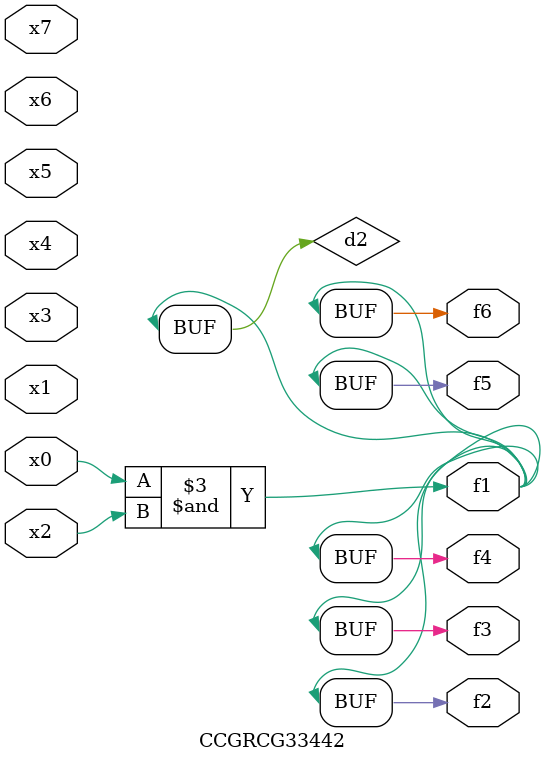
<source format=v>
module CCGRCG33442(
	input x0, x1, x2, x3, x4, x5, x6, x7,
	output f1, f2, f3, f4, f5, f6
);

	wire d1, d2;

	nor (d1, x3, x6);
	and (d2, x0, x2);
	assign f1 = d2;
	assign f2 = d2;
	assign f3 = d2;
	assign f4 = d2;
	assign f5 = d2;
	assign f6 = d2;
endmodule

</source>
